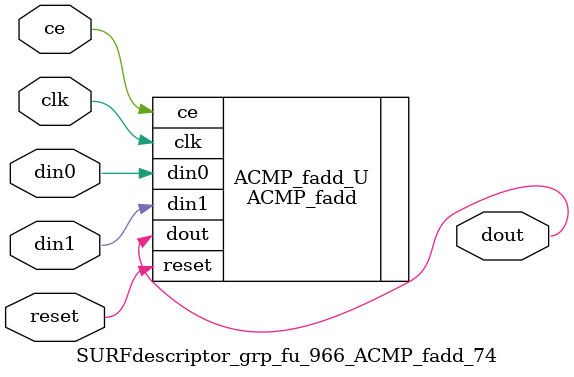
<source format=v>

`timescale 1 ns / 1 ps
module SURFdescriptor_grp_fu_966_ACMP_fadd_74(
    clk,
    reset,
    ce,
    din0,
    din1,
    dout);

parameter ID = 32'd1;
parameter NUM_STAGE = 32'd1;
parameter din0_WIDTH = 32'd1;
parameter din1_WIDTH = 32'd1;
parameter dout_WIDTH = 32'd1;
input clk;
input reset;
input ce;
input[din0_WIDTH - 1:0] din0;
input[din1_WIDTH - 1:0] din1;
output[dout_WIDTH - 1:0] dout;



ACMP_fadd #(
.ID( ID ),
.NUM_STAGE( 4 ),
.din0_WIDTH( din0_WIDTH ),
.din1_WIDTH( din1_WIDTH ),
.dout_WIDTH( dout_WIDTH ))
ACMP_fadd_U(
    .clk( clk ),
    .reset( reset ),
    .ce( ce ),
    .din0( din0 ),
    .din1( din1 ),
    .dout( dout ));

endmodule

</source>
